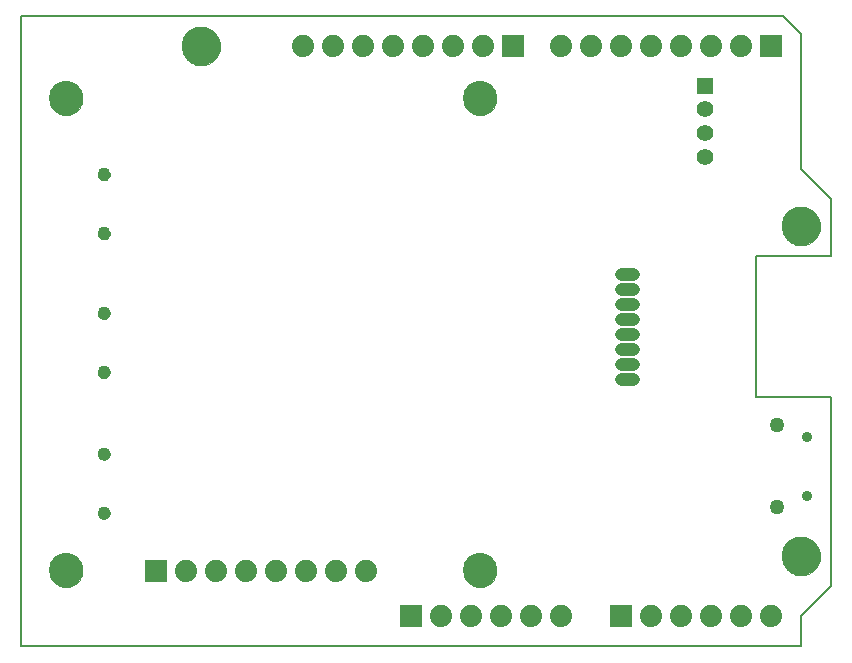
<source format=gbs>
G75*
G70*
%OFA0B0*%
%FSLAX24Y24*%
%IPPOS*%
%LPD*%
%AMOC8*
5,1,8,0,0,1.08239X$1,22.5*
%
%ADD10C,0.0000*%
%ADD11C,0.1300*%
%ADD12C,0.0050*%
%ADD13R,0.0740X0.0740*%
%ADD14C,0.0740*%
%ADD15C,0.0350*%
%ADD16C,0.0500*%
%ADD17C,0.0434*%
%ADD18R,0.0555X0.0555*%
%ADD19C,0.0555*%
%ADD20C,0.1142*%
%ADD21C,0.0437*%
D10*
X004305Y003896D02*
X004307Y003943D01*
X004313Y003989D01*
X004323Y004035D01*
X004336Y004080D01*
X004354Y004123D01*
X004375Y004165D01*
X004399Y004205D01*
X004427Y004242D01*
X004458Y004277D01*
X004492Y004310D01*
X004528Y004339D01*
X004567Y004365D01*
X004608Y004388D01*
X004651Y004407D01*
X004695Y004423D01*
X004740Y004435D01*
X004786Y004443D01*
X004833Y004447D01*
X004879Y004447D01*
X004926Y004443D01*
X004972Y004435D01*
X005017Y004423D01*
X005061Y004407D01*
X005104Y004388D01*
X005145Y004365D01*
X005184Y004339D01*
X005220Y004310D01*
X005254Y004277D01*
X005285Y004242D01*
X005313Y004205D01*
X005337Y004165D01*
X005358Y004123D01*
X005376Y004080D01*
X005389Y004035D01*
X005399Y003989D01*
X005405Y003943D01*
X005407Y003896D01*
X005405Y003849D01*
X005399Y003803D01*
X005389Y003757D01*
X005376Y003712D01*
X005358Y003669D01*
X005337Y003627D01*
X005313Y003587D01*
X005285Y003550D01*
X005254Y003515D01*
X005220Y003482D01*
X005184Y003453D01*
X005145Y003427D01*
X005104Y003404D01*
X005061Y003385D01*
X005017Y003369D01*
X004972Y003357D01*
X004926Y003349D01*
X004879Y003345D01*
X004833Y003345D01*
X004786Y003349D01*
X004740Y003357D01*
X004695Y003369D01*
X004651Y003385D01*
X004608Y003404D01*
X004567Y003427D01*
X004528Y003453D01*
X004492Y003482D01*
X004458Y003515D01*
X004427Y003550D01*
X004399Y003587D01*
X004375Y003627D01*
X004354Y003669D01*
X004336Y003712D01*
X004323Y003757D01*
X004313Y003803D01*
X004307Y003849D01*
X004305Y003896D01*
X005919Y005811D02*
X005921Y005838D01*
X005927Y005865D01*
X005936Y005891D01*
X005949Y005915D01*
X005965Y005938D01*
X005984Y005957D01*
X006006Y005974D01*
X006030Y005988D01*
X006055Y005998D01*
X006082Y006005D01*
X006109Y006008D01*
X006137Y006007D01*
X006164Y006002D01*
X006190Y005994D01*
X006214Y005982D01*
X006237Y005966D01*
X006258Y005948D01*
X006275Y005927D01*
X006290Y005903D01*
X006301Y005878D01*
X006309Y005852D01*
X006313Y005825D01*
X006313Y005797D01*
X006309Y005770D01*
X006301Y005744D01*
X006290Y005719D01*
X006275Y005695D01*
X006258Y005674D01*
X006237Y005656D01*
X006215Y005640D01*
X006190Y005628D01*
X006164Y005620D01*
X006137Y005615D01*
X006109Y005614D01*
X006082Y005617D01*
X006055Y005624D01*
X006030Y005634D01*
X006006Y005648D01*
X005984Y005665D01*
X005965Y005684D01*
X005949Y005707D01*
X005936Y005731D01*
X005927Y005757D01*
X005921Y005784D01*
X005919Y005811D01*
X005919Y007780D02*
X005921Y007807D01*
X005927Y007834D01*
X005936Y007860D01*
X005949Y007884D01*
X005965Y007907D01*
X005984Y007926D01*
X006006Y007943D01*
X006030Y007957D01*
X006055Y007967D01*
X006082Y007974D01*
X006109Y007977D01*
X006137Y007976D01*
X006164Y007971D01*
X006190Y007963D01*
X006214Y007951D01*
X006237Y007935D01*
X006258Y007917D01*
X006275Y007896D01*
X006290Y007872D01*
X006301Y007847D01*
X006309Y007821D01*
X006313Y007794D01*
X006313Y007766D01*
X006309Y007739D01*
X006301Y007713D01*
X006290Y007688D01*
X006275Y007664D01*
X006258Y007643D01*
X006237Y007625D01*
X006215Y007609D01*
X006190Y007597D01*
X006164Y007589D01*
X006137Y007584D01*
X006109Y007583D01*
X006082Y007586D01*
X006055Y007593D01*
X006030Y007603D01*
X006006Y007617D01*
X005984Y007634D01*
X005965Y007653D01*
X005949Y007676D01*
X005936Y007700D01*
X005927Y007726D01*
X005921Y007753D01*
X005919Y007780D01*
X005919Y010501D02*
X005921Y010528D01*
X005927Y010555D01*
X005936Y010581D01*
X005949Y010605D01*
X005965Y010628D01*
X005984Y010647D01*
X006006Y010664D01*
X006030Y010678D01*
X006055Y010688D01*
X006082Y010695D01*
X006109Y010698D01*
X006137Y010697D01*
X006164Y010692D01*
X006190Y010684D01*
X006214Y010672D01*
X006237Y010656D01*
X006258Y010638D01*
X006275Y010617D01*
X006290Y010593D01*
X006301Y010568D01*
X006309Y010542D01*
X006313Y010515D01*
X006313Y010487D01*
X006309Y010460D01*
X006301Y010434D01*
X006290Y010409D01*
X006275Y010385D01*
X006258Y010364D01*
X006237Y010346D01*
X006215Y010330D01*
X006190Y010318D01*
X006164Y010310D01*
X006137Y010305D01*
X006109Y010304D01*
X006082Y010307D01*
X006055Y010314D01*
X006030Y010324D01*
X006006Y010338D01*
X005984Y010355D01*
X005965Y010374D01*
X005949Y010397D01*
X005936Y010421D01*
X005927Y010447D01*
X005921Y010474D01*
X005919Y010501D01*
X005919Y012469D02*
X005921Y012496D01*
X005927Y012523D01*
X005936Y012549D01*
X005949Y012573D01*
X005965Y012596D01*
X005984Y012615D01*
X006006Y012632D01*
X006030Y012646D01*
X006055Y012656D01*
X006082Y012663D01*
X006109Y012666D01*
X006137Y012665D01*
X006164Y012660D01*
X006190Y012652D01*
X006214Y012640D01*
X006237Y012624D01*
X006258Y012606D01*
X006275Y012585D01*
X006290Y012561D01*
X006301Y012536D01*
X006309Y012510D01*
X006313Y012483D01*
X006313Y012455D01*
X006309Y012428D01*
X006301Y012402D01*
X006290Y012377D01*
X006275Y012353D01*
X006258Y012332D01*
X006237Y012314D01*
X006215Y012298D01*
X006190Y012286D01*
X006164Y012278D01*
X006137Y012273D01*
X006109Y012272D01*
X006082Y012275D01*
X006055Y012282D01*
X006030Y012292D01*
X006006Y012306D01*
X005984Y012323D01*
X005965Y012342D01*
X005949Y012365D01*
X005936Y012389D01*
X005927Y012415D01*
X005921Y012442D01*
X005919Y012469D01*
X005919Y015128D02*
X005921Y015155D01*
X005927Y015182D01*
X005936Y015208D01*
X005949Y015232D01*
X005965Y015255D01*
X005984Y015274D01*
X006006Y015291D01*
X006030Y015305D01*
X006055Y015315D01*
X006082Y015322D01*
X006109Y015325D01*
X006137Y015324D01*
X006164Y015319D01*
X006190Y015311D01*
X006214Y015299D01*
X006237Y015283D01*
X006258Y015265D01*
X006275Y015244D01*
X006290Y015220D01*
X006301Y015195D01*
X006309Y015169D01*
X006313Y015142D01*
X006313Y015114D01*
X006309Y015087D01*
X006301Y015061D01*
X006290Y015036D01*
X006275Y015012D01*
X006258Y014991D01*
X006237Y014973D01*
X006215Y014957D01*
X006190Y014945D01*
X006164Y014937D01*
X006137Y014932D01*
X006109Y014931D01*
X006082Y014934D01*
X006055Y014941D01*
X006030Y014951D01*
X006006Y014965D01*
X005984Y014982D01*
X005965Y015001D01*
X005949Y015024D01*
X005936Y015048D01*
X005927Y015074D01*
X005921Y015101D01*
X005919Y015128D01*
X005919Y017096D02*
X005921Y017123D01*
X005927Y017150D01*
X005936Y017176D01*
X005949Y017200D01*
X005965Y017223D01*
X005984Y017242D01*
X006006Y017259D01*
X006030Y017273D01*
X006055Y017283D01*
X006082Y017290D01*
X006109Y017293D01*
X006137Y017292D01*
X006164Y017287D01*
X006190Y017279D01*
X006214Y017267D01*
X006237Y017251D01*
X006258Y017233D01*
X006275Y017212D01*
X006290Y017188D01*
X006301Y017163D01*
X006309Y017137D01*
X006313Y017110D01*
X006313Y017082D01*
X006309Y017055D01*
X006301Y017029D01*
X006290Y017004D01*
X006275Y016980D01*
X006258Y016959D01*
X006237Y016941D01*
X006215Y016925D01*
X006190Y016913D01*
X006164Y016905D01*
X006137Y016900D01*
X006109Y016899D01*
X006082Y016902D01*
X006055Y016909D01*
X006030Y016919D01*
X006006Y016933D01*
X005984Y016950D01*
X005965Y016969D01*
X005949Y016992D01*
X005936Y017016D01*
X005927Y017042D01*
X005921Y017069D01*
X005919Y017096D01*
X004305Y019629D02*
X004307Y019676D01*
X004313Y019722D01*
X004323Y019768D01*
X004336Y019813D01*
X004354Y019856D01*
X004375Y019898D01*
X004399Y019938D01*
X004427Y019975D01*
X004458Y020010D01*
X004492Y020043D01*
X004528Y020072D01*
X004567Y020098D01*
X004608Y020121D01*
X004651Y020140D01*
X004695Y020156D01*
X004740Y020168D01*
X004786Y020176D01*
X004833Y020180D01*
X004879Y020180D01*
X004926Y020176D01*
X004972Y020168D01*
X005017Y020156D01*
X005061Y020140D01*
X005104Y020121D01*
X005145Y020098D01*
X005184Y020072D01*
X005220Y020043D01*
X005254Y020010D01*
X005285Y019975D01*
X005313Y019938D01*
X005337Y019898D01*
X005358Y019856D01*
X005376Y019813D01*
X005389Y019768D01*
X005399Y019722D01*
X005405Y019676D01*
X005407Y019629D01*
X005405Y019582D01*
X005399Y019536D01*
X005389Y019490D01*
X005376Y019445D01*
X005358Y019402D01*
X005337Y019360D01*
X005313Y019320D01*
X005285Y019283D01*
X005254Y019248D01*
X005220Y019215D01*
X005184Y019186D01*
X005145Y019160D01*
X005104Y019137D01*
X005061Y019118D01*
X005017Y019102D01*
X004972Y019090D01*
X004926Y019082D01*
X004879Y019078D01*
X004833Y019078D01*
X004786Y019082D01*
X004740Y019090D01*
X004695Y019102D01*
X004651Y019118D01*
X004608Y019137D01*
X004567Y019160D01*
X004528Y019186D01*
X004492Y019215D01*
X004458Y019248D01*
X004427Y019283D01*
X004399Y019320D01*
X004375Y019360D01*
X004354Y019402D01*
X004336Y019445D01*
X004323Y019490D01*
X004313Y019536D01*
X004307Y019582D01*
X004305Y019629D01*
X008730Y021360D02*
X008732Y021410D01*
X008738Y021460D01*
X008748Y021509D01*
X008762Y021557D01*
X008779Y021604D01*
X008800Y021649D01*
X008825Y021693D01*
X008853Y021734D01*
X008885Y021773D01*
X008919Y021810D01*
X008956Y021844D01*
X008996Y021874D01*
X009038Y021901D01*
X009082Y021925D01*
X009128Y021946D01*
X009175Y021962D01*
X009223Y021975D01*
X009273Y021984D01*
X009322Y021989D01*
X009373Y021990D01*
X009423Y021987D01*
X009472Y021980D01*
X009521Y021969D01*
X009569Y021954D01*
X009615Y021936D01*
X009660Y021914D01*
X009703Y021888D01*
X009744Y021859D01*
X009783Y021827D01*
X009819Y021792D01*
X009851Y021754D01*
X009881Y021714D01*
X009908Y021671D01*
X009931Y021627D01*
X009950Y021581D01*
X009966Y021533D01*
X009978Y021484D01*
X009986Y021435D01*
X009990Y021385D01*
X009990Y021335D01*
X009986Y021285D01*
X009978Y021236D01*
X009966Y021187D01*
X009950Y021139D01*
X009931Y021093D01*
X009908Y021049D01*
X009881Y021006D01*
X009851Y020966D01*
X009819Y020928D01*
X009783Y020893D01*
X009744Y020861D01*
X009703Y020832D01*
X009660Y020806D01*
X009615Y020784D01*
X009569Y020766D01*
X009521Y020751D01*
X009472Y020740D01*
X009423Y020733D01*
X009373Y020730D01*
X009322Y020731D01*
X009273Y020736D01*
X009223Y020745D01*
X009175Y020758D01*
X009128Y020774D01*
X009082Y020795D01*
X009038Y020819D01*
X008996Y020846D01*
X008956Y020876D01*
X008919Y020910D01*
X008885Y020947D01*
X008853Y020986D01*
X008825Y021027D01*
X008800Y021071D01*
X008779Y021116D01*
X008762Y021163D01*
X008748Y021211D01*
X008738Y021260D01*
X008732Y021310D01*
X008730Y021360D01*
X018104Y019629D02*
X018106Y019676D01*
X018112Y019722D01*
X018122Y019768D01*
X018135Y019813D01*
X018153Y019856D01*
X018174Y019898D01*
X018198Y019938D01*
X018226Y019975D01*
X018257Y020010D01*
X018291Y020043D01*
X018327Y020072D01*
X018366Y020098D01*
X018407Y020121D01*
X018450Y020140D01*
X018494Y020156D01*
X018539Y020168D01*
X018585Y020176D01*
X018632Y020180D01*
X018678Y020180D01*
X018725Y020176D01*
X018771Y020168D01*
X018816Y020156D01*
X018860Y020140D01*
X018903Y020121D01*
X018944Y020098D01*
X018983Y020072D01*
X019019Y020043D01*
X019053Y020010D01*
X019084Y019975D01*
X019112Y019938D01*
X019136Y019898D01*
X019157Y019856D01*
X019175Y019813D01*
X019188Y019768D01*
X019198Y019722D01*
X019204Y019676D01*
X019206Y019629D01*
X019204Y019582D01*
X019198Y019536D01*
X019188Y019490D01*
X019175Y019445D01*
X019157Y019402D01*
X019136Y019360D01*
X019112Y019320D01*
X019084Y019283D01*
X019053Y019248D01*
X019019Y019215D01*
X018983Y019186D01*
X018944Y019160D01*
X018903Y019137D01*
X018860Y019118D01*
X018816Y019102D01*
X018771Y019090D01*
X018725Y019082D01*
X018678Y019078D01*
X018632Y019078D01*
X018585Y019082D01*
X018539Y019090D01*
X018494Y019102D01*
X018450Y019118D01*
X018407Y019137D01*
X018366Y019160D01*
X018327Y019186D01*
X018291Y019215D01*
X018257Y019248D01*
X018226Y019283D01*
X018198Y019320D01*
X018174Y019360D01*
X018153Y019402D01*
X018135Y019445D01*
X018122Y019490D01*
X018112Y019536D01*
X018106Y019582D01*
X018104Y019629D01*
X028730Y015360D02*
X028732Y015410D01*
X028738Y015460D01*
X028748Y015509D01*
X028762Y015557D01*
X028779Y015604D01*
X028800Y015649D01*
X028825Y015693D01*
X028853Y015734D01*
X028885Y015773D01*
X028919Y015810D01*
X028956Y015844D01*
X028996Y015874D01*
X029038Y015901D01*
X029082Y015925D01*
X029128Y015946D01*
X029175Y015962D01*
X029223Y015975D01*
X029273Y015984D01*
X029322Y015989D01*
X029373Y015990D01*
X029423Y015987D01*
X029472Y015980D01*
X029521Y015969D01*
X029569Y015954D01*
X029615Y015936D01*
X029660Y015914D01*
X029703Y015888D01*
X029744Y015859D01*
X029783Y015827D01*
X029819Y015792D01*
X029851Y015754D01*
X029881Y015714D01*
X029908Y015671D01*
X029931Y015627D01*
X029950Y015581D01*
X029966Y015533D01*
X029978Y015484D01*
X029986Y015435D01*
X029990Y015385D01*
X029990Y015335D01*
X029986Y015285D01*
X029978Y015236D01*
X029966Y015187D01*
X029950Y015139D01*
X029931Y015093D01*
X029908Y015049D01*
X029881Y015006D01*
X029851Y014966D01*
X029819Y014928D01*
X029783Y014893D01*
X029744Y014861D01*
X029703Y014832D01*
X029660Y014806D01*
X029615Y014784D01*
X029569Y014766D01*
X029521Y014751D01*
X029472Y014740D01*
X029423Y014733D01*
X029373Y014730D01*
X029322Y014731D01*
X029273Y014736D01*
X029223Y014745D01*
X029175Y014758D01*
X029128Y014774D01*
X029082Y014795D01*
X029038Y014819D01*
X028996Y014846D01*
X028956Y014876D01*
X028919Y014910D01*
X028885Y014947D01*
X028853Y014986D01*
X028825Y015027D01*
X028800Y015071D01*
X028779Y015116D01*
X028762Y015163D01*
X028748Y015211D01*
X028738Y015260D01*
X028732Y015310D01*
X028730Y015360D01*
X028730Y004360D02*
X028732Y004410D01*
X028738Y004460D01*
X028748Y004509D01*
X028762Y004557D01*
X028779Y004604D01*
X028800Y004649D01*
X028825Y004693D01*
X028853Y004734D01*
X028885Y004773D01*
X028919Y004810D01*
X028956Y004844D01*
X028996Y004874D01*
X029038Y004901D01*
X029082Y004925D01*
X029128Y004946D01*
X029175Y004962D01*
X029223Y004975D01*
X029273Y004984D01*
X029322Y004989D01*
X029373Y004990D01*
X029423Y004987D01*
X029472Y004980D01*
X029521Y004969D01*
X029569Y004954D01*
X029615Y004936D01*
X029660Y004914D01*
X029703Y004888D01*
X029744Y004859D01*
X029783Y004827D01*
X029819Y004792D01*
X029851Y004754D01*
X029881Y004714D01*
X029908Y004671D01*
X029931Y004627D01*
X029950Y004581D01*
X029966Y004533D01*
X029978Y004484D01*
X029986Y004435D01*
X029990Y004385D01*
X029990Y004335D01*
X029986Y004285D01*
X029978Y004236D01*
X029966Y004187D01*
X029950Y004139D01*
X029931Y004093D01*
X029908Y004049D01*
X029881Y004006D01*
X029851Y003966D01*
X029819Y003928D01*
X029783Y003893D01*
X029744Y003861D01*
X029703Y003832D01*
X029660Y003806D01*
X029615Y003784D01*
X029569Y003766D01*
X029521Y003751D01*
X029472Y003740D01*
X029423Y003733D01*
X029373Y003730D01*
X029322Y003731D01*
X029273Y003736D01*
X029223Y003745D01*
X029175Y003758D01*
X029128Y003774D01*
X029082Y003795D01*
X029038Y003819D01*
X028996Y003846D01*
X028956Y003876D01*
X028919Y003910D01*
X028885Y003947D01*
X028853Y003986D01*
X028825Y004027D01*
X028800Y004071D01*
X028779Y004116D01*
X028762Y004163D01*
X028748Y004211D01*
X028738Y004260D01*
X028732Y004310D01*
X028730Y004360D01*
X018104Y003896D02*
X018106Y003943D01*
X018112Y003989D01*
X018122Y004035D01*
X018135Y004080D01*
X018153Y004123D01*
X018174Y004165D01*
X018198Y004205D01*
X018226Y004242D01*
X018257Y004277D01*
X018291Y004310D01*
X018327Y004339D01*
X018366Y004365D01*
X018407Y004388D01*
X018450Y004407D01*
X018494Y004423D01*
X018539Y004435D01*
X018585Y004443D01*
X018632Y004447D01*
X018678Y004447D01*
X018725Y004443D01*
X018771Y004435D01*
X018816Y004423D01*
X018860Y004407D01*
X018903Y004388D01*
X018944Y004365D01*
X018983Y004339D01*
X019019Y004310D01*
X019053Y004277D01*
X019084Y004242D01*
X019112Y004205D01*
X019136Y004165D01*
X019157Y004123D01*
X019175Y004080D01*
X019188Y004035D01*
X019198Y003989D01*
X019204Y003943D01*
X019206Y003896D01*
X019204Y003849D01*
X019198Y003803D01*
X019188Y003757D01*
X019175Y003712D01*
X019157Y003669D01*
X019136Y003627D01*
X019112Y003587D01*
X019084Y003550D01*
X019053Y003515D01*
X019019Y003482D01*
X018983Y003453D01*
X018944Y003427D01*
X018903Y003404D01*
X018860Y003385D01*
X018816Y003369D01*
X018771Y003357D01*
X018725Y003349D01*
X018678Y003345D01*
X018632Y003345D01*
X018585Y003349D01*
X018539Y003357D01*
X018494Y003369D01*
X018450Y003385D01*
X018407Y003404D01*
X018366Y003427D01*
X018327Y003453D01*
X018291Y003482D01*
X018257Y003515D01*
X018226Y003550D01*
X018198Y003587D01*
X018174Y003627D01*
X018153Y003669D01*
X018135Y003712D01*
X018122Y003757D01*
X018112Y003803D01*
X018106Y003849D01*
X018104Y003896D01*
D11*
X029360Y004360D03*
X029360Y015360D03*
X009360Y021360D03*
D12*
X003360Y001360D02*
X029360Y001360D01*
X029360Y002360D01*
X030360Y003360D01*
X030360Y009660D01*
X027860Y009660D01*
X027860Y014360D01*
X030360Y014360D01*
X030360Y016260D01*
X029360Y017260D01*
X029360Y021760D01*
X028760Y022360D01*
X003360Y022360D01*
X003360Y001360D01*
D13*
X007843Y003873D03*
X016360Y002360D03*
X023360Y002360D03*
X019760Y021360D03*
X028360Y021360D03*
D14*
X027360Y021360D03*
X026360Y021360D03*
X025360Y021360D03*
X024360Y021360D03*
X023360Y021360D03*
X022360Y021360D03*
X021360Y021360D03*
X018760Y021360D03*
X017760Y021360D03*
X016760Y021360D03*
X015760Y021360D03*
X014760Y021360D03*
X013760Y021360D03*
X012760Y021360D03*
X012843Y003873D03*
X013843Y003873D03*
X014843Y003873D03*
X017360Y002360D03*
X018360Y002360D03*
X019360Y002360D03*
X020360Y002360D03*
X021360Y002360D03*
X024360Y002360D03*
X025360Y002360D03*
X026360Y002360D03*
X027360Y002360D03*
X028360Y002360D03*
X011843Y003873D03*
X010843Y003873D03*
X009843Y003873D03*
X008843Y003873D03*
D15*
X029548Y006388D03*
X029548Y008357D03*
D16*
X028563Y008750D03*
X028563Y005995D03*
D17*
X006116Y005811D03*
X006116Y007780D03*
X006116Y010501D03*
X006116Y012469D03*
X006116Y015128D03*
X006116Y017096D03*
D18*
X026173Y020048D03*
D19*
X026173Y019260D03*
X026173Y018473D03*
X026173Y017685D03*
D20*
X018655Y019629D03*
X004856Y019629D03*
X004856Y003896D03*
X018655Y003896D03*
D21*
X023363Y010260D02*
X023760Y010260D01*
X023760Y010760D02*
X023363Y010760D01*
X023363Y011260D02*
X023760Y011260D01*
X023760Y011760D02*
X023363Y011760D01*
X023363Y012260D02*
X023760Y012260D01*
X023760Y012760D02*
X023363Y012760D01*
X023363Y013260D02*
X023760Y013260D01*
X023760Y013760D02*
X023363Y013760D01*
M02*

</source>
